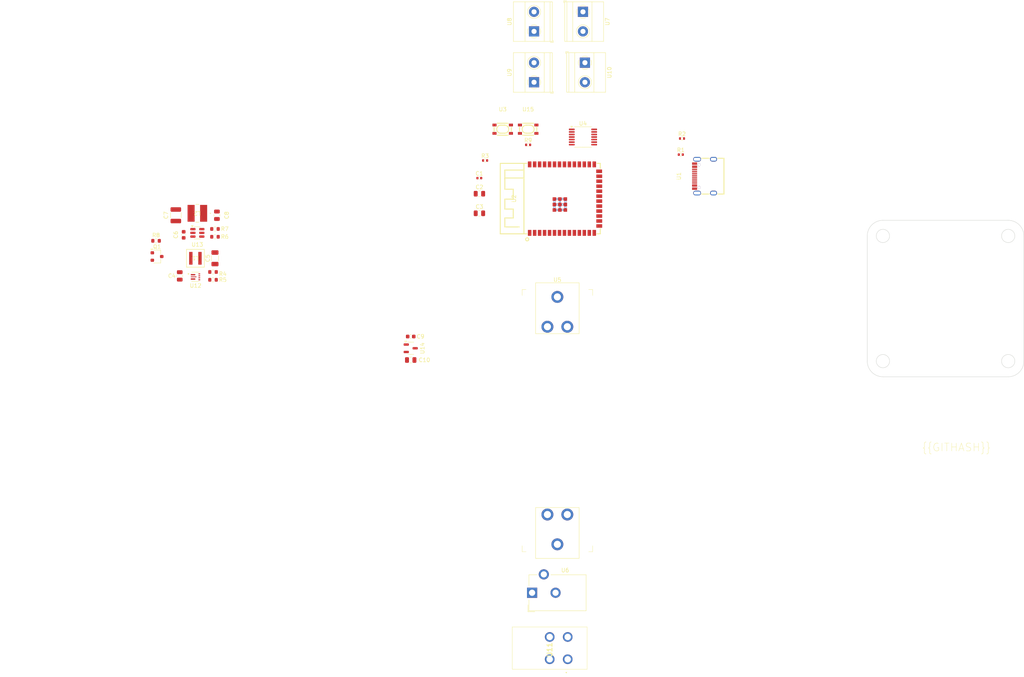
<source format=kicad_pcb>
(kicad_pcb (version 20240108) (generator "pcbnew") (generator_version "8.0")
  (layers (0 "F.Cu" signal) (31 "B.Cu" signal) (34 "B.Paste" user) (35 "F.Paste" user) (36 "B.SilkS" user "B.Silkscreen") (37 "F.SilkS" user "F.Silkscreen") (38 "B.Mask" user) (39 "F.Mask" user) (44 "Edge.Cuts" user))
  (net 0 "")
  (net 1 "io40")
  (net 2 "io11")
  (net 3 "io39")
  (net 4 "mcu.ic-vcc-1")
  (net 5 "io38")
  (net 6 "io3")
  (net 7 "dp")
  (net 8 "usb_connetor-gnd")
  (net 9 "io15")
  (net 10 "io18")
  (net 11 "io16")
  (net 12 "io21")
  (net 13 "io36")
  (net 14 "io7")
  (net 15 "io4")
  (net 16 "io41")
  (net 17 "io13")
  (net 18 "io6")
  (net 19 "mcu.ic-vcc")
  (net 20 "dm")
  (net 21 "io5")
  (net 22 "txd0")
  (net 23 "io2")
  (net 24 "io14")
  (net 25 "io48")
  (net 26 "io10")
  (net 27 "io35")
  (net 28 "io47")
  (net 29 "io8")
  (net 30 "rxd0")
  (net 31 "io9")
  (net 32 "io1")
  (net 33 "io12")
  (net 34 "io37")
  (net 35 "io17")
  (net 36 "io45")
  (net 37 "mcu.ic-en")
  (net 38 "io42")
  (net 39 "io46")
  (net 40 "usb_connetor-vcc")
  (net 41 "sub2")
  (net 42 "sub1")
  (net 43 "cc2")
  (net 44 "cc1")
  (net 45 "boost_3v7_to_5v.ic-fb")
  (net 46 "boost_3v7_to_5v-vcc")
  (net 47 "buck_wide_to_3v3.ic-fb")
  (net 48 "boost_3v7_to_5v.ic-sw")
  (net 49 "pole2_b")
  (net 50 "buck_wide_to_3v3.ic-sw")
  (net 51 "boot")
  (net 52 "ldo_5v-vcc")
  (net 53 "led_strip_connector_1-vcc")
  (net 54 "out4")
  (net 55 "out1")
  (net 56 "out2")
  (net 57 "out3")
  (net 58 "buck_wide_to_3v3.ic-en")
  (net 59 "oe1")
  (net 60 "level_shifter.ic-vcc")
  (net 61 "level_shifter.ic-gnd")
  (footprint "TerminalBlock_Phoenix:TerminalBlock_Phoenix_MKDS-1,5-2_1x02_P5.00mm_Horizontal" (layer "F.Cu") (at 136.5 29.5 90)
    (property "Reference" "U8" (at 2.5 -6.26 90) (layer "F.SilkS"))
    (property "Value" "")
    (pad "1" thru_hole rect (at 0 0 90) (size 2.6 2.6) (drill 1.3) (layers "*.Cu" "*.Mask") (net 53 "led_strip_connector_1-vcc"))
    (pad "2" thru_hole circle (at 5 0 90) (size 2.6 2.6) (drill 1.3) (layers "*.Cu" "*.Mask") (net 56 "out2"))
  )
  (footprint "TerminalBlock_Phoenix:TerminalBlock_Phoenix_MKDS-1,5-2_1x02_P5.00mm_Horizontal" (layer "F.Cu") (at 149 24.5 -90)
    (property "Reference" "U7" (at 2.5 -6.26 90) (layer "F.SilkS"))
    (property "Value" "")
    (pad "1" thru_hole rect (at 0 0 270) (size 2.6 2.6) (drill 1.3) (layers "*.Cu" "*.Mask") (net 53 "led_strip_connector_1-vcc"))
    (pad "2" thru_hole circle (at 5 0 270) (size 2.6 2.6) (drill 1.3) (layers "*.Cu" "*.Mask") (net 55 "out1"))
  )
  (footprint "lib:C0402" (layer "F.Cu") (at 122.52 67)
    (property "Reference" "C1" (at 0 -1.16 0) (layer "F.SilkS"))
    (property "Value" "16V 100nF X7R ±10% 0402  Multilayer Ceramic Capacitors MLCC - SMD/SMT ROHS")
    (pad "1" smd roundrect (at -0.48 0) (size 0.56 0.62) (layers "F.Cu" "F.Paste" "F.Mask") (net 4 "mcu.ic-vcc-1"))
    (pad "2" smd roundrect (at 0.48 0) (size 0.56 0.62) (layers "F.Cu" "F.Paste" "F.Mask") (net 8 "usb_connetor-gnd"))
  )
  (footprint "lib:C1210" (layer "F.Cu") (at 45 76.5 -90)
    (property "Reference" "C7" (at 0 2.5 90) (layer "F.SilkS"))
    (property "Value" "16V 47uF X7R ±10% 1210  Multilayer Ceramic Capacitors MLCC - SMD/SMT ROHS")
    (pad "1" smd roundrect (at -1.475 0 270) (size 1.15 2.7) (layers "F.Cu" "F.Paste" "F.Mask") (roundrect_rratio 0.217391) (net 4 "mcu.ic-vcc-1"))
    (pad "2" smd roundrect (at 1.475 0 270) (size 1.15 2.7) (layers "F.Cu" "F.Paste" "F.Mask") (roundrect_rratio 0.217391) (net 8 "usb_connetor-gnd"))
  )
  (footprint "lib:R0603" (layer "F.Cu") (at 54.5 93)
    (property "Reference" "R5" (at 2.5 0 0) (layer "F.SilkS"))
    (property "Value" "100mW Thick Film Resistors 75V ±100ppm/℃ ±1% 100kΩ 0603  Chip Resistor - Surface Mount ROHS")
    (pad "1" smd roundrect (at -0.825 0) (size 0.8 0.95) (layers "F.Cu" "F.Paste" "F.Mask") (net 45 "boost_3v7_to_5v.ic-fb"))
    (pad "2" smd roundrect (at 0.825 0) (size 0.8 0.95) (layers "F.Cu" "F.Paste" "F.Mask") (net 8 "usb_connetor-gnd"))
  )
  (footprint "lib:L201011MS02Q" (layer "F.Cu") (at 145.1 190 -90)
    (property "Reference" "U11" (at -2.398 4.6 90) (layer "F.SilkS") (effects (font (size 1.27 1.27) (thickness 0.254))))
    (property "Value" "" (hide yes))
    (pad "1" thru_hole circle (at 0 0 270) (size 2.475 2.475) (drill 1.65) (layers "*.Cu" "*.Mask"))
    (pad "2" thru_hole circle (at 0 4.6 270) (size 2.475 2.475) (drill 1.65) (layers "*.Cu" "*.Mask"))
    (pad "4" thru_hole circle (at -5.7 0 270) (size 2.475 2.475) (drill 1.65) (layers "*.Cu" "*.Mask"))
    (pad "5" thru_hole circle (at -5.7 4.6 270) (size 2.475 2.475) (drill 1.65) (layers "*.Cu" "*.Mask"))
  )
  (footprint "lib:C0805" (layer "F.Cu") (at 122.55 70.99)
    (property "Reference" "C2" (at 0 -1.68 0) (layer "F.SilkS"))
    (property "Value" "25V 10uF X5R ±10% 0805  Multilayer Ceramic Capacitors MLCC - SMD/SMT ROHS")
    (pad "1" smd roundrect (at -0.95 0) (size 1 1.45) (layers "F.Cu" "F.Paste" "F.Mask") (net 4 "mcu.ic-vcc-1"))
    (pad "2" smd roundrect (at 0.95 0) (size 1 1.45) (layers "F.Cu" "F.Paste" "F.Mask") (net 8 "usb_connetor-gnd"))
  )
  (footprint "lib:CONV_TPS61022RWUR" (layer "F.Cu") (at 50.025 92.25)
    (property "Reference" "U12" (at 0.025 2.25 0) (layer "F.SilkS"))
    (property "Value" "")
    (pad "1" smd rect (at -0.625 -0.55) (size 1.15 0.35) (layers "F.Cu") (net 8 "usb_connetor-gnd"))
    (pad "2" smd rect (at -0.475 0) (size 1.45 0.2) (layers "F.Cu") (net 48 "boost_3v7_to_5v.ic-sw"))
    (pad "3" smd rect (at -0.625 0.55) (size 1.15 0.35) (layers "F.Cu") (net 46 "boost_3v7_to_5v-vcc"))
    (pad "4" smd rect (at 0.975 0.75) (size 0.45 0.25) (layers "F.Cu" "F.Paste") (net 45 "boost_3v7_to_5v.ic-fb"))
    (pad "5" smd rect (at 0.975 0.25) (size 0.45 0.25) (layers "F.Cu" "F.Paste") (net 49 "pole2_b"))
    (pad "6" smd rect (at 0.975 -0.25) (size 0.45 0.25) (layers "F.Cu" "F.Paste") (net 8 "usb_connetor-gnd"))
    (pad "7" smd rect (at 0.975 -0.75) (size 0.45 0.25) (layers "F.Cu" "F.Paste") (net 49 "pole2_b"))
  )
  (footprint "lib:C1206" (layer "F.Cu") (at 55 87.5 90)
    (property "Reference" "C5" (at 0 -1.85 90) (layer "F.SilkS"))
    (property "Value" "10V 47uF X5R ±20% 1206  Multilayer Ceramic Capacitors MLCC - SMD/SMT ROHS")
    (pad "1" smd roundrect (at -1.475 0 90) (size 1.15 1.8) (layers "F.Cu" "F.Paste" "F.Mask") (roundrect_rratio 0.217391) (net 46 "boost_3v7_to_5v-vcc"))
    (pad "2" smd roundrect (at 1.475 0 90) (size 1.15 1.8) (layers "F.Cu" "F.Paste" "F.Mask") (roundrect_rratio 0.217391) (net 8 "usb_connetor-gnd"))
  )
  (footprint "lib:USB-C-SMD_KH-TYPE-C-16P" (layer "F.Cu") (at 179.9325 66.5 90)
    (property "Reference" "U1" (at 0 -6.42 90) (layer "F.SilkS"))
    (property "Value" "")
    (pad "" thru_hole circle (at -2.89 -1.23 90) (size 0.7 0.7) (drill 0.7) (layers "*.Cu" "*.Mask"))
    (pad "" thru_hole circle (at 2.89 -1.23 90) (size 0.7 0.7) (drill 0.7) (layers "*.Cu" "*.Mask"))
    (pad "1" thru_hole oval (at -4.32 -1.77 90) (size 1.2 2) (drill oval 0.700024 1.699997) (layers "*.Cu" "*.Mask") (net 8 "usb_connetor-gnd"))
    (pad "2" thru_hole oval (at 4.32 -1.77 90) (size 1.2 2) (drill oval 0.700024 1.699997) (layers "*.Cu" "*.Mask") (net 8 "usb_connetor-gnd"))
    (pad "3" thru_hole oval (at -4.32 2.42 90) (size 1.2 1.8) (drill oval 0.700024 1.399997) (layers "*.Cu" "*.Mask") (net 8 "usb_connetor-gnd"))
    (pad "4" thru_hole oval (at 4.32 2.42 90) (size 1.2 1.8) (drill oval 0.700024 1.399997) (layers "*.Cu" "*.Mask") (net 8 "usb_connetor-gnd"))
    (pad "A1" smd rect (at -3.35 -2.42 90) (size 0.3 1.3) (layers "F.Cu" "F.Paste" "F.Mask") (net 8 "usb_connetor-gnd"))
    (pad "A4" smd rect (at -2.55 -2.42 90) (size 0.3 1.3) (layers "F.Cu" "F.Paste" "F.Mask") (net 40 "usb_connetor-vcc"))
    (pad "A5" smd rect (at -1.25 -2.42 90) (size 0.3 1.3) (layers "F.Cu" "F.Paste" "F.Mask") (net 44 "cc1"))
    (pad "A6" smd rect (at -0.25 -2.42 90) (size 0.3 1.3) (layers "F.Cu" "F.Paste" "F.Mask") (net 7 "dp"))
    (pad "A7" smd rect (at 0.25 -2.42 90) (size 0.3 1.3) (layers "F.Cu" "F.Paste" "F.Mask") (net 20 "dm"))
    (pad "A8" smd rect (at 1.25 -2.42 90) (size 0.3 1.3) (layers "F.Cu" "F.Paste" "F.Mask") (net 42 "sub1"))
    (pad "A9" smd rect (at 2.55 -2.41 90) (size 0.3 1.3) (layers "F.Cu" "F.Paste" "F.Mask") (net 40 "usb_connetor-vcc"))
    (pad "A12" smd rect (at 3.35 -2.42 90) (size 0.3 1.3) (layers "F.Cu" "F.Paste" "F.Mask") (net 8 "usb_connetor-gnd"))
    (pad "B1" smd rect (at 3.05 -2.42 90) (size 0.3 1.3) (layers "F.Cu" "F.Paste" "F.Mask") (net 8 "usb_connetor-gnd"))
    (pad "B4" smd rect (at 2.25 -2.41 90) (size 0.3 1.3) (layers "F.Cu" "F.Paste" "F.Mask") (net 40 "usb_connetor-vcc"))
    (pad "B5" smd rect (at 1.75 -2.42 90) (size 0.3 1.3) (layers "F.Cu" "F.Paste" "F.Mask") (net 43 "cc2"))
    (pad "B6" smd rect (at 0.75 -2.42 90) (size 0.3 1.3) (layers "F.Cu" "F.Paste" "F.Mask") (net 7 "dp"))
    (pad "B7" smd rect (at -0.75 -2.42 90) (size 0.3 1.3) (layers "F.Cu" "F.Paste" "F.Mask") (net 20 "dm"))
    (pad "B8" smd rect (at -1.75 -2.42 90) (size 0.3 1.3) (layers "F.Cu" "F.Paste" "F.Mask") (net 41 "sub2"))
    (pad "B9" smd rect (at -2.25 -2.42 90) (size 0.3 1.3) (layers "F.Cu" "F.Paste" "F.Mask") (net 40 "usb_connetor-vcc"))
    (pad "B12" smd rect (at -3.05 -2.42 90) (size 0.3 1.3) (layers "F.Cu" "F.Paste" "F.Mask") (net 8 "usb_connetor-gnd"))
  )
  (footprint "lib:WIRELM-SMD_ESP32-S3-WROOM-1" (layer "F.Cu") (at 144.27 72.25 90)
    (property "Reference" "U2" (at 0 -12.89 90) (layer "F.SilkS"))
    (property "Value" "")
    (pad "" thru_hole circle (at -2.9 -1.87 90) (size 0.5 0.5) (drill 0.3) (layers "*.Cu" "*.Paste" "*.Mask"))
    (pad "" thru_hole circle (at -2.9 -0.47 90) (size 0.5 0.5) (drill 0.3) (layers "*.Cu" "*.Paste" "*.Mask"))
    (pad "" thru_hole circle (at -2.2 -2.57 90) (size 0.5 0.5) (drill 0.3) (layers "*.Cu" "*.Paste" "*.Mask"))
    (pad "" thru_hole circle (at -2.2 -1.17 90) (size 0.5 0.5) (drill 0.3) (layers "*.Cu" "*.Paste" "*.Mask"))
    (pad "" thru_hole circle (at -2.2 0.23 90) (size 0.5 0.5) (drill 0.3) (layers "*.Cu" "*.Paste" "*.Mask"))
    (pad "" thru_hole circle (at -1.5 -1.87 90) (size 0.5 0.5) (drill 0.3) (layers "*.Cu" "*.Paste" "*.Mask"))
    (pad "" thru_hole circle (at -1.5 -0.47 90) (size 0.5 0.5) (drill 0.3) (layers "*.Cu" "*.Paste" "*.Mask"))
    (pad "" thru_hole circle (at -0.8 -2.57 90) (size 0.5 0.5) (drill 0.3) (layers "*.Cu" "*.Paste" "*.Mask"))
    (pad "" thru_hole circle (at -0.8 -1.17 90) (size 0.5 0.5) (drill 0.3) (layers "*.Cu" "*.Paste" "*.Mask"))
    (pad "" thru_hole circle (at -0.8 0.23 90) (size 0.5 0.5) (drill 0.3) (layers "*.Cu" "*.Paste" "*.Mask"))
    (pad "" thru_hole circle (at -0.1 -1.87 90) (size 0.5 0.5) (drill 0.3) (layers "*.Cu" "*.Paste" "*.Mask"))
    (pad "" thru_hole circle (at -0.1 -0.47 90) (size 0.5 0.5) (drill 0.3) (layers "*.Cu" "*.Paste" "*.Mask"))
    (pad "1" smd rect (at -8.75 -8.89 90) (size 1.5 0.9) (layers "F.Cu" "F.Paste" "F.Mask") (net 8 "usb_connetor-gnd"))
    (pad "2" smd rect (at -8.75 -7.62 90) (size 1.5 0.9) (layers "F.Cu" "F.Paste" "F.Mask") (net 4 "mcu.ic-vcc-1"))
    (pad "3" smd rect (at -8.75 -6.35 90) (size 1.5 0.9) (layers "F.Cu" "F.Paste" "F.Mask") (net 37 "mcu.ic-en"))
    (pad "4" smd rect (at -8.75 -5.08 90) (size 1.5 0.9) (layers "F.Cu" "F.Paste" "F.Mask") (net 15 "io4"))
    (pad "5" smd rect (at -8.75 -3.81 90) (size 1.5 0.9) (layers "F.Cu" "F.Paste" "F.Mask") (net 21 "io5"))
    (pad "6" smd rect (at -8.75 -2.54 90) (size 1.5 0.9) (layers "F.Cu" "F.Paste" "F.Mask") (net 18 "io6"))
    (pad "7" smd rect (at -8.75 -1.27 90) (size 1.5 0.9) (layers "F.Cu" "F.Paste" "F.Mask") (net 14 "io7"))
    (pad "8" smd rect (at -8.75 0 90) (size 1.5 0.9) (layers "F.Cu" "F.Paste" "F.Mask") (net 9 "io15"))
    (pad "9" smd rect (at -8.75 1.27 90) (size 1.5 0.9) (layers "F.Cu" "F.Paste" "F.Mask") (net 11 "io16"))
    (pad "10" smd rect (at -8.75 2.54 90) (size 1.5 0.9) (layers "F.Cu" "F.Paste" "F.Mask") (net 35 "io17"))
    (pad "11" smd rect (at -8.75 3.81 90) (size 1.5 0.9) (layers "F.Cu" "F.Paste" "F.Mask") (net 10 "io18"))
    (pad "12" smd rect (at -8.75 5.08 90) (size 1.5 0.9) (layers "F.Cu" "F.Paste" "F.Mask") (net 29 "io8"))
    (pad "13" smd rect (at -8.75 6.35 90) (size 1.5 0.9) (layers "F.Cu" "F.Paste" "F.Mask") (net 20 "dm"))
    (pad "14" smd rect (at -8.75 7.62 90) (size 1.5 0.9) (layers "F.Cu" "F.Paste" "F.Mask") (net 7 "dp"))
    (pad "15" smd rect (at -6.99 8.89 180) (size 1.5 0.9) (layers "F.Cu" "F.Paste" "F.Mask") (net 6 "io3"))
    (pad "16" smd rect (at -5.72 8.89 180) (size 1.5 0.9) (layers "F.Cu" "F.Paste" "F.Mask") (net 39 "io46"))
    (pad "17" smd rect (at -4.45 8.89 180) (size 1.5 0.9) (layers "F.Cu" "F.Paste" "F.Mask") (net 31 "io9"))
    (pad "18" smd rect (at -3.18 8.89 180) (size 1.5 0.9) (layers "F.Cu" "F.Paste" "F.Mask") (net 26 "io10"))
    (pad "19" smd rect (at -1.91 8.89 180) (size 1.5 0.9) (layers "F.Cu" "F.Paste" "F.Mask") (net 2 "io11"))
    (pad "20" smd rect (at -0.63 8.89 180) (size 1.5 0.9) (layers "F.Cu" "F.Paste" "F.Mask") (net 33 "io12"))
    (pad "21" smd rect (at 0.63 8.89 180) (size 1.5 0.9) (layers "F.Cu" "F.Paste" "F.Mask") (net 17 "io13"))
    (pad "22" smd rect (at 1.9 8.89 180) (size 1.5 0.9) (layers "F.Cu" "F.Paste" "F.Mask") (net 24 "io14"))
    (pad "23" smd rect (at 3.17 8.89 180) (size 1.5 0.9) (layers "F.Cu" "F.Paste" "F.Mask") (net 12 "io21"))
    (pad "24" smd rect (at 4.45 8.89 180) (size 1.5 0.9) (layers "F.Cu" "F.Paste" "F.Mask") (net 28 "io47"))
    (pad "25" smd rect (at 5.72 8.89 180) (size 1.5 0.9) (layers "F.Cu" "F.Paste" "F.Mask") (net 25 "io48"))
    (pad "26" smd rect (at 6.99 8.86 180) (size 1.5 0.9) (layers "F.Cu" "F.Paste" "F.Mask") (net 36 "io45"))
    (pad "27" smd rect (at 8.75 7.62 270) (size 1.5 0.9) (layers "F.Cu" "F.Paste" "F.Mask") (net 19 "mcu.ic-vcc"))
    (pad "28" smd rect (at 8.75 6.35 270) (size 1.5 0.9) (layers "F.Cu" "F.Paste" "F.Mask") (net 27 "io35"))
    (pad "29" smd rect (at 8.75 5.08 270) (size 1.5 0.9) (layers "F.Cu" "F.Paste" "F.Mask") (net 13 "io36"))
    (pad "30" smd rect (at 8.75 3.81 270) (size 1.5 0.9) (layers "F.Cu" "F.Paste" "F.Mask") (net 34 "io37"))
    (pad "31" smd rect (at 8.75 2.54 270) (size 1.5 0.9) (layers "F.Cu" "F.Paste" "F.Mask") (net 5 "io38"))
    (pad "32" smd rect (at 8.75 1.27 270) (size 1.5 0.9) (layers "F.Cu" "F.Paste" "F.Mask") (net 3 "io39"))
    (pad "33" smd rect (at 8.75 0 270) (size 1.5 0.9) (layers "F.Cu" "F.Paste" "F.Mask") (net 1 "io40"))
    (pad "34" smd rect (at 8.75 -1.27 270) (size 1.5 0.9) (layers "F.Cu" "F.Paste" "F.Mask") (net 16 "io41"))
    (pad "35" smd rect (at 8.75 -2.54 270) (size 1.5 0.9) (layers "F.Cu" "F.Paste" "F.Mask") (net 38 "io42"))
    (pad "36" smd rect (at 8.75 -3.81 270) (size 1.5 0.9) (layers "F.Cu" "F.Paste" "F.Mask") (net 30 "rxd0"))
    (pad "37" smd rect (at 8.75 -5.08 270) (size 1.5 0.9) (layers "F.Cu" "F.Paste" "F.Mask") (net 22 "txd0"))
    (pad "38" smd rect (at 8.75 -6.35 270) (size 1.5 0.9) (layers "F.Cu" "F.Paste" "F.Mask") (net 23 "io2"))
    (pad "39" smd rect (at 8.75 -7.62 270) (size 1.5 0.9) (layers "F.Cu" "F.Paste" "F.Mask") (net 32 "io1"))
    (pad "40" smd rect (at 8.75 -8.89 270) (size 1.5 0.9) (layers "F.Cu" "F.Paste" "F.Mask") (net 8 "usb_connetor-gnd"))
    (pad "41" smd rect (at -2.9 -2.57 180) (size 0.9 0.9) (layers "F.Cu" "F.Paste" "F.Mask") (net 8 "usb_connetor-gnd"))
    (pad "41" smd rect (at -2.9 -1.17 180) (size 0.9 0.9) (layers "F.Cu" "F.Paste" "F.Mask") (net 8 "usb_connetor-gnd"))
    (pad "41" smd rect (at -2.9 0.23 180) (size 0.9 0.9) (layers "F.Cu" "F.Paste" "F.Mask") (net 8 "usb_connetor-gnd"))
    (pad "41" smd rect (at -1.5 -2.57 180) (size 0.9 0.9) (layers "F.Cu" "F.Paste" "F.Mask") (net 8 "usb_connetor-gnd"))
    (pad "41" smd rect (at -1.5 -1.17 180) (size 0.9 0.9) (layers "F.Cu" "F.Paste" "F.Mask") (net 8 "usb_connetor-gnd"))
    (pad "41" smd rect (at -1.5 0.23 180) (size 0.9 0.9) (layers "F.Cu" "F.Paste" "F.Mask") (net 8 "usb_connetor-gnd"))
    (pad "41" smd rect (at -0.1 -2.57 180) (size 0.9 0.9) (layers "F.Cu" "F.Paste" "F.Mask") (net 8 "usb_connetor-gnd"))
    (pad "41" smd rect (at -0.1 -1.17 180) (size 0.9 0.9) (layers "F.Cu" "F.Paste" "F.Mask") (net 8 "usb_connetor-gnd"))
    (pad "41" smd rect (at -0.1 0.23 180) (size 0.9 0.9) (layers "F.Cu" "F.Paste" "F.Mask") (net 8 "usb_connetor-gnd"))
  )
  (footprint "lib:C0805" (layer "F.Cu") (at 46 92 -90)
    (property "Reference" "C4" (at 0 2 180) (layer "F.SilkS"))
    (property "Value" "25V 10uF X5R ±10% 0805  Multilayer Ceramic Capacitors MLCC - SMD/SMT ROHS")
    (pad "1" smd roundrect (at -0.95 0 270) (size 1 1.45) (layers "F.Cu" "F.Paste" "F.Mask") (net 49 "pole2_b"))
    (pad "2" smd roundrect (at 0.95 0 270) (size 1 1.45) (layers "F.Cu" "F.Paste" "F.Mask") (net 8 "usb_connetor-gnd"))
  )
  (footprint "lib:C0805" (layer "F.Cu") (at 55.5 76.5 90)
    (property "Reference" "C8" (at 0 2.5 90) (layer "F.SilkS"))
    (property "Value" "50V 100nF X7R ±10% 0805  Multilayer Ceramic Capacitors MLCC - SMD/SMT ROHS")
    (pad "1" smd roundrect (at -0.95 0 90) (size 1 1.45) (layers "F.Cu" "F.Paste" "F.Mask") (net 51 "boot"))
    (pad "2" smd roundrect (at 0.95 0 90) (size 1 1.45) (layers "F.Cu" "F.Paste" "F.Mask") (net 50 "buck_wide_to_3v3.ic-sw"))
  )
  (footprint "lib:R0603" (layer "F.Cu") (at 39.95 83.035)
    (property "Reference" "R8" (at 0 -1.43 0) (layer "F.SilkS"))
    (property "Value" "100mW Thick Film Resistors 75V ±100ppm/℃ ±1% 100kΩ 0603  Chip Resistor - Surface Mount ROHS")
    (pad "1" smd roundrect (at -0.825 0) (size 0.8 0.95) (layers "F.Cu" "F.Paste" "F.Mask") (net 46 "boost_3v7_to_5v-vcc"))
    (pad "2" smd roundrect (at 0.825 0) (size 0.8 0.95) (layers "F.Cu" "F.Paste" "F.Mask") (net 46 "boost_3v7_to_5v-vcc"))
  )
  (footprint "lib:R0402" (layer "F.Cu") (at 124 62.5)
    (property "Reference" "R3" (at 0 -1.17 0) (layer "F.SilkS"))
    (property "Value" "62.5mW Thick Film Resistors 50V ±100ppm/℃ ±1% 10kΩ 0402  Chip Resistor - Surface Mount ROHS")
    (pad "1" smd roundrect (at -0.51 0) (size 0.54 0.64) (layers "F.Cu" "F.Paste" "F.Mask") (net 4 "mcu.ic-vcc-1"))
    (pad "2" smd roundrect (at 0.51 0) (size 0.54 0.64) (layers "F.Cu" "F.Paste" "F.Mask") (net 37 "mcu.ic-en"))
  )
  (footprint "lib:IND_XAL4020_COC" (layer "F.Cu") (at 50 87.5 180)
    (property "Reference" "L1" (at 0 0 180) (layer "F.SilkS"))
    (property "Value" "1uH +/- 20%")
    (pad "1" smd rect (at -1.1684 0 180) (size 0.8636 3.2512) (layers "F.Cu" "F.Paste" "F.Mask") (net 49 "pole2_b"))
    (pad "2" smd rect (at 1.1684 0 180) (size 0.8636 3.2512) (layers "F.Cu" "F.Paste" "F.Mask") (net 48 "boost_3v7_to_5v.ic-sw"))
  )
  (footprint "Package_TO_SOT_SMD:SC-59" (layer "F.Cu") (at 40.2 87.05)
    (property "Reference" "Q1" (at 0 -2.5 0) (layer "F.SilkS"))
    (property "Value" "")
    (pad "1" smd roundrect (at -1.2 -0.95) (size 0.9 0.8) (layers "F.Cu" "F.Paste" "F.Mask"))
    (pad "2" smd roundrect (at -1.2 0.95) (size 0.9 0.8) (layers "F.Cu" "F.Paste" "F.Mask"))
    (pad "3" smd roundrect (at 1.2 0) (size 0.9 0.8) (layers "F.Cu" "F.Paste" "F.Mask"))
  )
  (footprint "lib:C0805" (layer "F.Cu") (at 122.55 76)
    (property "Reference" "C3" (at 0 -1.68 0) (layer "F.SilkS"))
    (property "Value" "25V 10uF X5R ±10% 0805  Multilayer Ceramic Capacitors MLCC - SMD/SMT ROHS")
    (pad "1" smd roundrect (at -0.95 0) (size 1 1.45) (layers "F.Cu" "F.Paste" "F.Mask") (net 4 "mcu.ic-vcc-1"))
    (pad "2" smd roundrect (at 0.95 0) (size 1 1.45) (layers "F.Cu" "F.Paste" "F.Mask") (net 8 "usb_connetor-gnd"))
  )
  (footprint "Package_SO:TSSOP-14_4.4x5mm_P0.65mm" (layer "F.Cu") (at 149 56.5)
    (property "Reference" "U4" (at 0 -3.45 0) (layer "F.SilkS"))
    (property "Value" "")
    (pad "1" smd roundrect (at -2.8625 -1.95) (size 1.475 0.4) (layers "F.Cu" "F.Paste" "F.Mask") (net 59 "oe1"))
    (pad "2" smd roundrect (at -2.8625 -1.3) (size 1.475 0.4) (layers "F.Cu" "F.Paste" "F.Mask") (net 24 "io14"))
    (pad "3" smd roundrect (at -2.8625 -0.65) (size 1.475 0.4) (layers "F.Cu" "F.Paste" "F.Mask") (net 55 "out1"))
    (pad "4" smd roundrect (at -2.8625 0) (size 1.475 0.4) (layers "F.Cu" "F.Paste" "F.Mask") (net 59 "oe1"))
    (pad "5" smd roundrect (at -2.8625 0.65) (size 1.475 0.4) (layers "F.Cu" "F.Paste" "F.Mask") (net 9 "io15"))
    (pad "6" smd roundrect (at -2.8625 1.3) (size 1.475 0.4) (layers "F.Cu" "F.Paste" "F.Mask") (net 56 "out2"))
    (pad "7" smd roundrect (at -2.8625 1.95) (size 1.475 0.4) (layers "F.Cu" "F.Paste" "F.Mask") (net 61 "level_shifter.ic-gnd"))
    (pad "8" smd roundrect (at 2.8625 1.95) (size 1.475 0.4) (layers "F.Cu" "F.Paste" "F.Mask") (net 57 "out3"))
    (pad "9" smd roundrect (at 2.8625 1.3) (size 1.475 0.4) (layers "F.Cu" "F.Paste" "F.Mask") (net 11 "io16"))
    (pad "10" smd roundrect (at 2.8625 0.65) (size 1.475 0.4) (layers "F.Cu" "F.Paste" "F.Mask") (net 59 "oe1"))
    (pad "11" smd roundrect (at 2.8625 0) (size 1.475 0.4) (layers "F.Cu" "F.Paste" "F.Mask") (net 54 "out4"))
    (pad "12" smd roundrect (at 2.8625 -0.65) (size 1.475 0.4) (layers "F.Cu" "F.Paste" "F.Mask") (net 35 "io17"))
    (pad "13" smd roundrect (at 2.8625 -1.3) (size 1.475 0.4) (layers "F.Cu" "F.Paste" "F.Mask") (net 59 "oe1"))
    (pad "14" smd roundrect (at 2.8625 -1.95) (size 1.475 0.4) (layers "F.Cu" "F.Paste" "F.Mask") (net 60 "level_shifter.ic-vcc"))
  )
  (footprint "lib:R0603" (layer "F.Cu") (at 55 80 180)
    (property "Reference" "R7" (at -2.5 0 360) (layer "F.SilkS"))
    (property "Value" "100mW Thick Film Resistors 75V ±100ppm/℃ ±1% 100kΩ 0603  Chip Resistor - Surface Mount ROHS")
    (pad "1" smd roundrect (at -0.825 0 180) (size 0.8 0.95) (layers "F.Cu" "F.Paste" "F.Mask") (net 4 "mcu.ic-vcc-1"))
    (pad "2" smd roundrect (at 0.825 0 180) (size 0.8 0.95) (layers "F.Cu" "F.Paste" "F.Mask") (net 47 "buck_wide_to_3v3.ic-fb"))
  )
  (footprint "lib:KEY-SMD_4P-L4.2-W3.2-P2.20-LS4.6" (layer "F.Cu") (at 135 54.5)
    (property "Reference" "U15" (at 0 -5.07 0) (layer "F.SilkS"))
    (property "Value" "")
    (pad "1" smd rect (at -2.1 -1.07) (size 1.05 0.7) (layers "F.Cu" "F.Paste" "F.Mask") (net 19 "mcu.ic-vcc"))
    (pad "2" smd rect (at 2.1 -1.07) (size 1.05 0.7) (layers "F.Cu" "F.Paste" "F.Mask") (net 19 "mcu.ic-vcc"))
    (pad "3" smd rect (at -2.1 1.07) (size 1.05 0.7) (layers "F.Cu" "F.Paste" "F.Mask") (net 8 "usb_connetor-gnd"))
    (pad "4" smd rect (at 2.1 1.07) (size 1.05 0.7) (layers "F.Cu" "F.Paste" "F.Mask") (net 8 "usb_connetor-gnd"))
  )
  (footprint "lib:Battery-54" (layer "F.Cu") (at 142.46 104.994)
    (property "Reference" "U5" (at 0 -12 0) (layer "F.SilkS"))
    (property "Value" "")
    (pad "1" thru_hole circle (at -2.54 0) (size 3.048 3.048) (drill 1.8288) (layers "*.Cu" "*.Mask"))
    (pad "1" thru_hole circle (at 0 -7.62) (size 3.048 3.048) (drill 1.8288) (layers "*.Cu" "*.Mask"))
    (pad "1" thru_hole circle (at 2.54 0) (size 3.048 3.048) (drill 1.8288) (layers "*.Cu" "*.Mask"))
    (pad "2" thru_hole circle (at -2.54 48.006) (size 3.048 3.048) (drill 1.8288) (layers "*.Cu" "*.Mask"))
    (pad "2" thru_hole circle (at 0 55.626) (size 3.048 3.048) (drill 1.8288) (layers "*.Cu" "*.Mask"))
    (pad "2" thru_hole circle (at 2.54 48.006) (size 3.048 3.048) (drill 1.8288) (layers "*.Cu" "*.Mask"))
  )
  (footprint "lib:R0603" (layer "F.Cu") (at 54.5 91 180)
    (property "Reference" "R4" (at -2.5 -0.5 360) (layer "F.SilkS"))
    (property "Value" "100mW Thick Film Resistors 75V ±100ppm/℃ ±1% 732kΩ 0603  Chip Resistor - Surface Mount ROHS")
    (pad "1" smd roundrect (at -0.825 0 180) (size 0.8 0.95) (layers "F.Cu" "F.Paste" "F.Mask") (net 46 "boost_3v7_to_5v-vcc"))
    (pad "2" smd roundrect (at 0.825 0 180) (size 0.8 0.95) (layers "F.Cu" "F.Paste" "F.Mask") (net 45 "boost_3v7_to_5v.ic-fb"))
  )
  (footprint "TerminalBlock_Phoenix:TerminalBlock_Phoenix_MKDS-1,5-2_1x02_P5.00mm_Horizontal" (layer "F.Cu") (at 136.5 42.5 90)
    (property "Reference" "U9" (at 2.5 -6.26 90) (layer "F.SilkS"))
    (property "Value" "")
    (pad "1" thru_hole rect (at 0 0 90) (size 2.6 2.6) (drill 1.3) (layers "*.Cu" "*.Mask") (net 53 "led_strip_connector_1-vcc"))
    (pad "2" thru_hole circle (at 5 0 90) (size 2.6 2.6) (drill 1.3) (layers "*.Cu" "*.Mask") (net 57 "out3"))
  )
  (footprint "TerminalBlock_Phoenix:TerminalBlock_Phoenix_MKDS-1,5-2_1x02_P5.00mm_Horizontal" (layer "F.Cu") (at 149.5 37.5 -90)
    (property "Reference" "U10" (at 2.5 -6.26 90) (layer "F.SilkS"))
    (property "Value" "")
    (pad "1" thru_hole rect (at 0 0 270) (size 2.6 2.6) (drill 1.3) (layers "*.Cu" "*.Mask") (net 53 "led_strip_connector_1-vcc"))
    (pad "2" thru_hole circle (at 5 0 270) (size 2.6 2.6) (drill 1.3) (layers "*.Cu" "*.Mask") (net 54 "out4"))
  )
  (footprint "lib:R0402" (layer "F.Cu") (at 174.3 56.885)
    (property "Reference" "R2" (at 0 -1.17 0) (layer "F.SilkS"))
    (property "Value" "62.5mW Thick Film Resistors 50V ±100ppm/℃ ±1% 4.7kΩ 0402  Chip Resistor - Surface Mount ROHS")
    (pad "1" smd roundrect (at -0.51 0) (size 0.54 0.64) (layers "F.Cu" "F.Paste" "F.Mask") (net 43 "cc2"))
    (pad "2" smd roundrect (at 0.51 0) (size 0.54 0.64) (layers "F.Cu" "F.Paste" "F.Mask") (net 8 "usb_connetor-gnd"))
  )
  (footprint "Package_TO_SOT_SMD:SOT-23-3" (layer "F.Cu") (at 105 110.5)
    (property "Reference" "U14" (at 3 0 90) (layer "F.SilkS"))
    (property "Value" "")
    (pad "1" smd roundrect (at -1.1375 -0.95) (size 1.325 0.6) (layers "F.Cu" "F.Paste" "F.Mask") (net 53 "led_strip_connector_1-vcc"))
    (pad "2" smd roundrect (at -1.1375 0.95) (size 1.325 0.6) (layers "F.Cu" "F.Paste" "F.Mask") (net 52 "ldo_5v-vcc"))
    (pad "3" smd roundrect (at 1.1375 0) (size 1.325 0.6) (layers "F.Cu" "F.Paste" "F.Mask") (net 8 "usb_connetor-gnd"))
  )
  (footprint "lib:IND_8357068_WRE" (layer "F.Cu") (at 50.5 76 180)
    (property "Reference" "L2" (at 0 0 180) (layer "F.SilkS"))
    (property "Value" "6.8uH +/- 20%")
    (pad "1" smd rect (at -1.6002 0 180) (size 1.8034 4.2926) (layers "F.Cu" "F.Paste" "F.Mask") (net 50 "buck_wide_to_3v3.ic-sw"))
    (pad "2" smd rect (at 1.6002 0 180) (size 1.8034 4.2926) (layers "F.Cu" "F.Paste" "F.Mask") (net 4 "mcu.ic-vcc-1"))
  )
  (footprint "lib:C0603" (layer "F.Cu") (at 47 81.5 -90)
    (property "Reference" "C6" (at 0 2 90) (layer "F.SilkS"))
    (property "Value" "10V 3.3uF X5R ±10% 0603  Multilayer Ceramic Capacitors MLCC - SMD/SMT ROHS")
    (pad "1" smd roundrect (at -0.775 0 270) (size 0.9 0.95) (layers "F.Cu" "F.Paste" "F.Mask") (net 53 "led_strip_connector_1-vcc"))
    (pad "2" smd roundrect (at 0.775 0 270) (size 0.9 0.95) (layers "F.Cu" "F.Paste" "F.Mask") (net 8 "usb_connetor-gnd"))
  )
  (footprint "Connector_BarrelJack:BarrelJack_CUI_PJ-102AH_Horizontal" (layer "F.Cu") (at 136 173 90)
    (property "Reference" "U6" (at 5.75 8.45 360) (layer "F.SilkS"))
    (property "Value" "")
    (pad "1" thru_hole rect (at 0 0 90) (size 2.6 2.6) (drill 1.6) (layers "*.Cu" "*.Mask"))
    (pad "2" thru_hole circle (at 0 6 90) (size 2.6 2.6) (drill 1.6) (layers "*.Cu" "*.Mask"))
    (pad "3" thru_hole circle (at 4.7 3 90) (size 2.6 2.6) (drill 1.6) (layers "*.Cu" "*.Mask"))
  )
  (footprint "lib:KEY-SMD_4P-L4.2-W3.2-P2.20-LS4.6" (layer "F.Cu") (at 128.5 54.5)
    (property "Reference" "U3" (at 0 -5.07 0) (layer "F.SilkS"))
    (property "Value" "")
    (pad "1" smd rect (at -2.1 -1.07) (size 1.05 0.7) (layers "F.Cu" "F.Paste" "F.Mask") (net 37 "mcu.ic-en"))
    (pad "2" smd rect (at 2.1 -1.07) (size 1.05 0.7) (layers "F.Cu" "F.Paste" "F.Mask") (net 37 "mcu.ic-en"))
    (pad "3" smd rect (at -2.1 1.07) (size 1.05 0.7) (layers "F.Cu" "F.Paste" "F.Mask") (net 8 "usb_connetor-gnd"))
    (pad "4" smd rect (at 2.1 1.07) (size 1.05 0.7) (layers "F.Cu" "F.Paste" "F.Mask") (net 8 "usb_connetor-gnd"))
  )
  (footprint "Package_TO_SOT_SMD:SOT-23-6" (layer "F.Cu") (at 50.5 81)
    (property "Reference" "U13" (at 0 3 0) (layer "F.SilkS"))
    (property "Value" "")
    (pad "1" smd roundrect (at -1.1375 -0.95) (size 1.325 0.6) (layers "F.Cu" "F.Paste" "F.Mask") (net 8 "usb_connetor-gnd"))
    (pad "2" smd roundrect (at -1.1375 0) (size 1.325 0.6) (layers "F.Cu" "F.Paste" "F.Mask") (net 50 "buck_wide_to_3v3.ic-sw"))
    (pad "3" smd roundrect (at -1.1375 0.95) (size 1.325 0.6) (layers "F.Cu" "F.Paste" "F.Mask") (net 53 "led_strip_connector_1-vcc"))
    (pad "4" smd roundrect (at 1.1375 0.95) (size 1.325 0.6) (layers "F.Cu" "F.Paste" "F.Mask") (net 47 "buck_wide_to_3v3.ic-fb"))
    (pad "5" smd roundrect (at 1.1375 0) (size 1.325 0.6) (layers "F.Cu" "F.Paste" "F.Mask") (net 58 "buck_wide_to_3v3.ic-en"))
    (pad "6" smd roundrect (at 1.1375 -0.95) (size 1.325 0.6) (layers "F.Cu" "F.Paste" "F.Mask") (net 51 "boot"))
  )
  (footprint "lib:R0402" (layer "F.Cu") (at 134.99 58.5)
    (property "Reference" "R9" (at 0 -1.17 0) (layer "F.SilkS"))
    (property "Value" "62.5mW Thick Film Resistors 50V ±100ppm/℃ ±1% 10kΩ 0402  Chip Resistor - Surface Mount ROHS")
    (pad "1" smd roundrect (at -0.51 0) (size 0.54 0.64) (layers "F.Cu" "F.Paste" "F.Mask") (net 4 "mcu.ic-vcc-1"))
    (pad "2" smd roundrect (at 0.51 0) (size 0.54 0.64) (layers "F.Cu" "F.Paste" "F.Mask") (net 19 "mcu.ic-vcc"))
  )
  (footprint "lib:C0603" (layer "F.Cu") (at 105 107.5)
    (property "Reference" "C9" (at 2.5 0 0) (layer "F.SilkS"))
    (property "Value" "50V 1uF X5R ±10% 0603  Multilayer Ceramic Capacitors MLCC - SMD/SMT ROHS")
    (pad "1" smd roundrect (at -0.775 0) (size 0.9 0.95) (layers "F.Cu" "F.Paste" "F.Mask") (net 53 "led_strip_connector_1-vcc"))
    (pad "2" smd roundrect (at 0.775 0) (size 0.9 0.95) (layers "F.Cu" "F.Paste" "F.Mask") (net 8 "usb_connetor-gnd"))
  )
  (footprint "lib:R0402" (layer "F.Cu") (at 173.99 61)
    (property "Reference" "R1" (at 0 -1.17 0) (layer "F.SilkS"))
    (property "Value" "62.5mW Thick Film Resistors 50V ±100ppm/℃ ±1% 4.7kΩ 0402  Chip Resistor - Surface Mount ROHS")
    (pad "1" smd roundrect (at -0.51 0) (size 0.54 0.64) (layers "F.Cu" "F.Paste" "F.Mask") (net 44 "cc1"))
    (pad "2" smd roundrect (at 0.51 0) (size 0.54 0.64) (layers "F.Cu" "F.Paste" "F.Mask") (net 8 "usb_connetor-gnd"))
  )
  (footprint "lib:R0603" (layer "F.Cu") (at 55 82)
    (property "Reference" "R6" (at 2.5 0 0) (layer "F.SilkS"))
    (property "Value" "100mW Thick Film Resistors 75V ±100ppm/℃ ±1% 22kΩ 0603  Chip Resistor - Surface Mount ROHS")
    (pad "1" smd roundrect (at -0.825 0) (size 0.8 0.95) (layers "F.Cu" "F.Paste" "F.Mask") (net 47 "buck_wide_to_3v3.ic-fb"))
    (pad "2" smd roundrect (at 0.825 0) (size 0.8 0.95) (layers "F.Cu" "F.Paste" "F.Mask") (net 8 "usb_connetor-gnd"))
  )
  (footprint "lib:C0805" (layer "F.Cu") (at 105 113.5)
    (property "Reference" "C10" (at 3.5 0 0) (layer "F.SilkS"))
    (property "Value" "25V 10uF X5R ±10% 0805  Multilayer Ceramic Capacitors MLCC - SMD/SMT ROHS")
    (pad "1" smd roundrect (at -0.95 0) (size 1 1.45) (layers "F.Cu" "F.Paste" "F.Mask") (net 52 "ldo_5v-vcc"))
    (pad "2" smd roundrect (at 0.95 0) (size 1 1.45) (layers "F.Cu" "F.Paste" "F.Mask") (net 8 "usb_connetor-gnd"))
  )
  (gr_circle (center 225.62 81.79) (end 227.32 81.79) (stroke (width 0.1)) (fill none) (layer "Edge.Cuts"))
  (gr_circle (center 257.62 113.79) (end 259.32 113.79) (stroke (width 0.1)) (fill none) (layer "Edge.Cuts"))
  (gr_circle (center 257.62 81.79) (end 259.32 81.79) (stroke (width 0.1)) (fill none) (layer "Edge.Cuts"))
  (gr_arc (start 261.62 113.79) (mid 260.448427 116.618427) (end 257.62 117.79) (stroke (width 0.1)) (layer "Edge.Cuts"))
  (gr_arc (start 225.62 117.79) (mid 222.791573 116.618427) (end 221.62 113.79) (stroke (width 0.1)) (layer "Edge.Cuts"))
  (gr_line (start 261.62 113.79) (end 261.62 81.79) (stroke (width 0.1)) (layer "Edge.Cuts"))
  (gr_line (start 221.62 81.79) (end 221.62 113.79) (stroke (width 0.1)) (layer "Edge.Cuts"))
  (gr_arc (start 257.62 77.79) (mid 260.448427 78.961573) (end 261.62 81.79) (stroke (width 0.1)) (layer "Edge.Cuts"))
  (gr_line (start 257.62 77.79) (end 225.62 77.79) (stroke (width 0.1)) (layer "Edge.Cuts"))
  (gr_arc (start 221.62 81.79) (mid 222.791573 78.961573) (end 225.62 77.79) (stroke (width 0.1)) (layer "Edge.Cuts"))
  (gr_circle (center 225.62 113.79) (end 227.32 113.79) (stroke (width 0.1)) (fill none) (layer "Edge.Cuts"))
  (gr_line (start 225.62 117.79) (end 257.62 117.79) (stroke (width 0.1)) (layer "Edge.Cuts"))
  (gr_text "{{GITHASH}}" (at 235.5 137 0) (layer "F.SilkS") (effects (font (size 2 2) (thickness 0.1)) (justify left bottom)))
)
</source>
